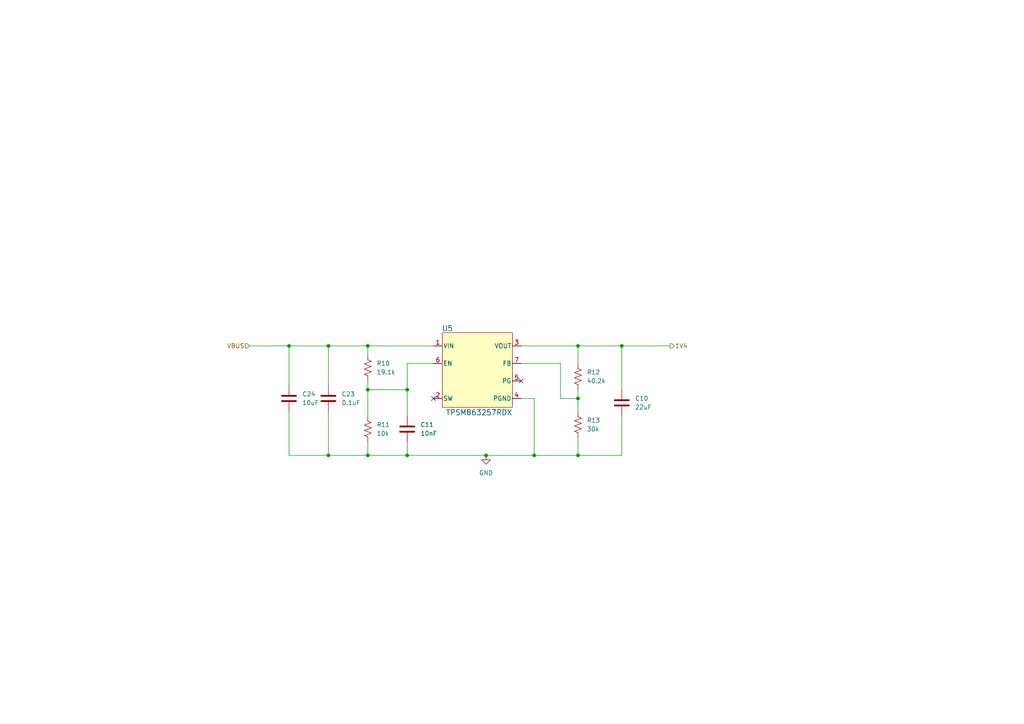
<source format=kicad_sch>
(kicad_sch (version 20231120) (generator "eeschema") (generator_version "8.0")
  (paper "A4")
  (title_block (title "NerdNOS") (date "2024-04-05") (rev "1"))
  (lib_symbols
    (symbol "Device:C" (pin_numbers hide) (pin_names (offset 0.254))
      (property "Reference" "C" (at 0.635 2.54 0))
      (property "Value" "C" (at 0.635 -2.54 0))
      (symbol "C_0_1"
        (polyline (pts (xy -2.032 -0.762) (xy 2.032 -0.762)) (stroke (width 0.508)))
        (polyline (pts (xy -2.032 0.762) (xy 2.032 0.762)) (stroke (width 0.508)))
      )
      (symbol "C_1_1"
        (pin passive line (at 0 3.81 270) (length 2.794) (name "~") (number "1"))
        (pin passive line (at 0 -3.81 90) (length 2.794) (name "~") (number "2"))
      )
    )
    (symbol "Device:R_US" (pin_numbers hide) (pin_names (offset 0))
      (property "Reference" "R" (at 2.54 0 90))
      (property "Value" "R_US" (at -2.54 0 90))
      (symbol "R_US_0_1"
        (polyline (pts (xy 0 -2.286) (xy 0 -2.54)))
        (polyline (pts (xy 0 2.286) (xy 0 2.54)))
        (polyline (pts (xy 0 -0.762) (xy 1.016 -1.143) (xy 0 -1.524) (xy -1.016 -1.905) (xy 0 -2.286)))
        (polyline (pts (xy 0 0.762) (xy 1.016 0.381) (xy 0 0) (xy -1.016 -0.381) (xy 0 -0.762)))
        (polyline (pts (xy 0 2.286) (xy 1.016 1.905) (xy 0 1.524) (xy -1.016 1.143) (xy 0 0.762)))
      )
      (symbol "R_US_1_1"
        (pin passive line (at 0 3.81 270) (length 1.27) (name "~") (number "1"))
        (pin passive line (at 0 -3.81 90) (length 1.27) (name "~") (number "2"))
      )
    )
    (symbol "bitaxe:TPSM863257RDX" (pin_names (offset 0.254))
      (property "Reference" "U5" (at -9.144 11.684 0))
      (property "Value" "TPSM863257RDX" (at 4.064 -13.208 0))
      (symbol "TPSM863257RDX_0_1"
        (pin power_in line (at -12.7 6.35 0) (length 2.54) (name "VIN") (number "1"))
        (pin unspecified line (at -12.7 -8.89 0) (length 2.54) (name "SW") (number "2"))
        (pin power_in line (at 12.7 -8.89 180) (length 2.54) (name "PGND") (number "4"))
        (pin open_collector line (at 12.7 -3.81 180) (length 2.54) (name "PG") (number "5"))
        (pin input line (at -12.7 1.27 0) (length 2.54) (name "EN") (number "6"))
        (pin unspecified line (at 12.7 1.27 180) (length 2.54) (name "FB") (number "7"))
      )
      (symbol "TPSM863257RDX_1_1"
        (rectangle (start -10.16 10.16) (end 10.16 -11.43) (fill (type background)))
        (pin power_out line (at 12.7 6.35 180) (length 2.54) (name "VOUT") (number "3"))
      )
    )
    (symbol "power:GND" (power) (pin_numbers hide) (pin_names (offset 0) hide)
      (property "Value" "GND" (at 0 -3.81 0))
      (symbol "GND_0_1"
        (polyline (pts (xy 0 0) (xy 0 -1.27) (xy 1.27 -1.27) (xy 0 -2.54) (xy -1.27 -1.27) (xy 0 -1.27)))
      )
      (symbol "GND_1_1"
        (pin power_in line (at 0 0 270) (length 0) (name "~") (number "1"))
      )
    )
  )
  (junction (at 167.64 100.33))
  (junction (at 95.25 132.08))
  (junction (at 106.68 113.03))
  (junction (at 95.25 100.33))
  (junction (at 106.68 132.08))
  (junction (at 154.94 132.08))
  (junction (at 118.11 113.03))
  (junction (at 180.34 100.33))
  (junction (at 167.64 115.57))
  (junction (at 140.97 132.08))
  (junction (at 83.82 100.33))
  (junction (at 167.64 132.08))
  (junction (at 118.11 132.08))
  (junction (at 106.68 100.33))
  (no_connect (at 125.73 115.57))
  (no_connect (at 151.13 110.49))
  (wire (pts (xy 95.25 100.33) (xy 95.25 111.76)))
  (wire (pts (xy 167.64 132.08) (xy 180.34 132.08)))
  (wire (pts (xy 83.82 119.38) (xy 83.82 132.08)))
  (wire (pts (xy 118.11 113.03) (xy 118.11 120.65)))
  (wire (pts (xy 162.56 115.57) (xy 162.56 105.41)))
  (wire (pts (xy 162.56 105.41) (xy 151.13 105.41)))
  (wire (pts (xy 154.94 132.08) (xy 167.64 132.08)))
  (wire (pts (xy 167.64 100.33) (xy 151.13 100.33)))
  (wire (pts (xy 83.82 100.33) (xy 83.82 111.76)))
  (wire (pts (xy 180.34 100.33) (xy 167.64 100.33)))
  (wire (pts (xy 95.25 100.33) (xy 106.68 100.33)))
  (wire (pts (xy 106.68 113.03) (xy 118.11 113.03)))
  (wire (pts (xy 95.25 132.08) (xy 106.68 132.08)))
  (wire (pts (xy 180.34 113.03) (xy 180.34 100.33)))
  (wire (pts (xy 167.64 105.41) (xy 167.64 100.33)))
  (wire (pts (xy 83.82 132.08) (xy 95.25 132.08)))
  (wire (pts (xy 95.25 119.38) (xy 95.25 132.08)))
  (wire (pts (xy 118.11 132.08) (xy 140.97 132.08)))
  (wire (pts (xy 167.64 115.57) (xy 167.64 119.38)))
  (wire (pts (xy 118.11 128.27) (xy 118.11 132.08)))
  (wire (pts (xy 72.39 100.33) (xy 83.82 100.33)))
  (wire (pts (xy 180.34 100.33) (xy 194.31 100.33)))
  (wire (pts (xy 106.68 128.27) (xy 106.68 132.08)))
  (wire (pts (xy 118.11 105.41) (xy 118.11 113.03)))
  (wire (pts (xy 167.64 113.03) (xy 167.64 115.57)))
  (wire (pts (xy 140.97 132.08) (xy 154.94 132.08)))
  (wire (pts (xy 83.82 100.33) (xy 95.25 100.33)))
  (wire (pts (xy 106.68 132.08) (xy 118.11 132.08)))
  (wire (pts (xy 167.64 115.57) (xy 162.56 115.57)))
  (wire (pts (xy 118.11 105.41) (xy 125.73 105.41)))
  (wire (pts (xy 167.64 127) (xy 167.64 132.08)))
  (wire (pts (xy 106.68 113.03) (xy 106.68 120.65)))
  (wire (pts (xy 154.94 115.57) (xy 151.13 115.57)))
  (wire (pts (xy 180.34 132.08) (xy 180.34 120.65)))
  (wire (pts (xy 106.68 100.33) (xy 106.68 102.87)))
  (wire (pts (xy 106.68 110.49) (xy 106.68 113.03)))
  (wire (pts (xy 154.94 115.57) (xy 154.94 132.08)))
  (wire (pts (xy 125.73 100.33) (xy 106.68 100.33)))
  (hierarchical_label "1V4" (shape output) (at 194.31 100.33 0))
  (hierarchical_label "VBUS" (shape input) (at 72.39 100.33 180))
  (symbol (lib_id "Device:C") (at 180.34 116.84 0) (unit 1)
    (property "Reference" "C10" (at 184.15 115.5699 0) (effects (justify left)))
    (property "Value" "22uF" (at 184.15 118.1099 0) (effects (justify left)))
    (property "Footprint" "Capacitor_SMD:C_0603_1608Metric" (effects (hide yes)))
    (property "Description" "Unpolarized capacitor" (effects (hide yes)))
    (property "PARTNO" "GRM21BR60J226ME39L" (effects (hide yes)))
    (property "DK" "490-7611-2-ND" (effects (hide yes)))
  )
  (symbol (lib_id "power:GND") (at 140.97 132.08 0) (unit 1)
    (property "Reference" "#PWR016" (effects (hide yes)))
    (property "Value" "GND" (at 140.97 137.16 0))
    (property "Description" "Power symbol creates a global label with name \"GND\" , ground" (effects (hide yes)))
  )
  (symbol (lib_id "Device:C") (at 118.11 124.46 0) (unit 1)
    (property "Reference" "C11" (at 121.92 123.1899 0) (effects (justify left)))
    (property "Value" "10nF" (at 121.92 125.7299 0) (effects (justify left)))
    (property "Footprint" "Capacitor_SMD:C_0402_1005Metric" (effects (hide yes)))
    (property "Description" "Unpolarized capacitor" (effects (hide yes)))
    (property "PARTNO" "C0402C103K8RAC7867" (effects (hide yes)))
    (property "DK" "399-C0402C103K8RAC7867CT-ND" (effects (hide yes)))
  )
  (symbol (lib_id "Device:C") (at 95.25 115.57 0) (unit 1)
    (property "Reference" "C23" (at 99.06 114.2999 0) (effects (justify left)))
    (property "Value" "0.1uF" (at 99.06 116.8399 0) (effects (justify left)))
    (property "Footprint" "Capacitor_SMD:C_0402_1005Metric" (effects (hide yes)))
    (property "Description" "Unpolarized capacitor" (effects (hide yes)))
    (property "PARTNO" "KGM05AR71C104KH" (effects (hide yes)))
    (property "DK" "478-KGM05AR71C104KHCT-ND" (effects (hide yes)))
  )
  (symbol (lib_id "Device:R_US") (at 106.68 106.68 0) (unit 1)
    (property "Reference" "R10" (at 109.22 105.4099 0) (effects (justify left)))
    (property "Value" "19.1k" (at 109.22 107.9499 0) (effects (justify left)))
    (property "Footprint" "Resistor_SMD:R_0402_1005Metric" (effects (hide yes)))
    (property "Description" "Resistor, US symbol" (effects (hide yes)))
    (property "PARTNO" "CRCW040219K1FKED" (effects (hide yes)))
  )
  (symbol (lib_id "bitaxe:TPSM863257RDX") (at 138.43 106.68 0) (unit 1)
    (property "Reference" "U5" (at 129.794 95.25 0) (effects (font (size 1.524 1.524))))
    (property "Value" "TPSM863257RDX" (at 138.938 119.634 0) (effects (font (size 1.524 1.524))))
    (property "Footprint" "bitaxe:TPSM863257RDX" (effects (hide yes)))
    (property "Datasheet" "https://www.ti.com/lit/ds/symlink/tpsm863257.pdf" (effects (hide yes)))
    (property "DK" "296-TPSM863257RDXRCT-ND" (effects (hide yes)))
    (property "PARTNO" "TPSM863257RDXR" (effects (hide yes)))
  )
  (symbol (lib_id "Device:C") (at 83.82 115.57 0) (unit 1)
    (property "Reference" "C24" (at 87.63 114.2999 0) (effects (justify left)))
    (property "Value" "10uF" (at 87.63 116.8399 0) (effects (justify left)))
    (property "Footprint" "Capacitor_SMD:C_0805_2012Metric" (effects (hide yes)))
    (property "Description" "Unpolarized capacitor" (effects (hide yes)))
    (property "PARTNO" "C0805C106K8PACTU" (effects (hide yes)))
  )
  (symbol (lib_id "Device:R_US") (at 167.64 123.19 0) (unit 1)
    (property "Reference" "R13" (at 170.18 121.9199 0) (effects (justify left)))
    (property "Value" "30k" (at 170.18 124.4599 0) (effects (justify left)))
    (property "Footprint" "Resistor_SMD:R_0603_1608Metric" (effects (hide yes)))
    (property "Description" "Resistor, US symbol" (effects (hide yes)))
    (property "PARTNO" "RC0603FR-0730KL" (effects (hide yes)))
  )
  (symbol (lib_id "Device:R_US") (at 167.64 109.22 0) (unit 1)
    (property "Reference" "R12" (at 170.18 107.9499 0) (effects (justify left)))
    (property "Value" "40.2k" (at 170.18 110.4899 0) (effects (justify left)))
    (property "Footprint" "Resistor_SMD:R_0603_1608Metric" (effects (hide yes)))
    (property "Description" "Resistor, US symbol" (effects (hide yes)))
    (property "PARTNO" "RC0603FR-0740K2L " (effects (hide yes)))
    (property "DK" "311-40.2KHRTR-ND" (effects (hide yes)))
  )
  (symbol (lib_id "Device:R_US") (at 106.68 124.46 0) (unit 1)
    (property "Reference" "R11" (at 109.22 123.1899 0) (effects (justify left)))
    (property "Value" "10k" (at 109.22 125.7299 0) (effects (justify left)))
    (property "Footprint" "Resistor_SMD:R_0402_1005Metric" (effects (hide yes)))
    (property "Description" "Resistor, US symbol" (effects (hide yes)))
    (property "PARTNO" "CRCW040210K0FKED" (effects (hide yes)))
  )
)
</source>
